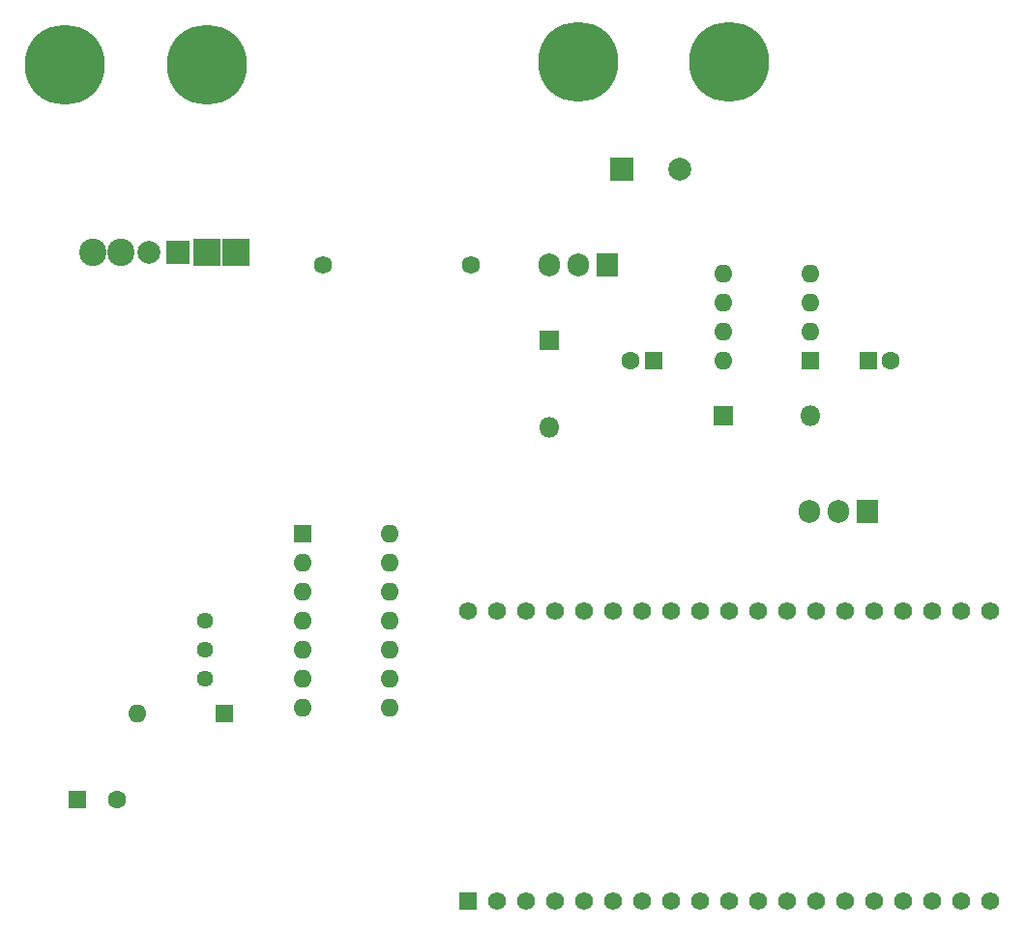
<source format=gbr>
%TF.GenerationSoftware,KiCad,Pcbnew,5.1.10*%
%TF.CreationDate,2021-11-24T02:21:55+13:00*%
%TF.ProjectId,buck_converter,6275636b-5f63-46f6-9e76-65727465722e,rev?*%
%TF.SameCoordinates,Original*%
%TF.FileFunction,Soldermask,Bot*%
%TF.FilePolarity,Negative*%
%FSLAX46Y46*%
G04 Gerber Fmt 4.6, Leading zero omitted, Abs format (unit mm)*
G04 Created by KiCad (PCBNEW 5.1.10) date 2021-11-24 02:21:55*
%MOMM*%
%LPD*%
G01*
G04 APERTURE LIST*
%ADD10C,1.560000*%
%ADD11R,1.560000X1.560000*%
%ADD12O,1.600000X1.600000*%
%ADD13R,1.600000X1.600000*%
%ADD14C,2.400000*%
%ADD15R,2.400000X2.400000*%
%ADD16C,2.000000*%
%ADD17R,2.000000X2.000000*%
%ADD18C,0.800000*%
%ADD19C,7.000000*%
%ADD20C,1.590000*%
%ADD21O,1.800000X1.800000*%
%ADD22R,1.800000X1.800000*%
%ADD23C,1.440000*%
%ADD24O,1.905000X2.000000*%
%ADD25R,1.905000X2.000000*%
%ADD26C,1.600000*%
G04 APERTURE END LIST*
D10*
%TO.C,U6*%
X-132016500Y79946500D03*
X-134556500Y79946500D03*
X-137096500Y79946500D03*
X-139636500Y79946500D03*
X-142176500Y79946500D03*
X-144716500Y79946500D03*
X-147256500Y79946500D03*
X-149796500Y79946500D03*
X-152336500Y79946500D03*
X-154876500Y79946500D03*
X-157416500Y79946500D03*
X-159956500Y79946500D03*
X-162496500Y79946500D03*
X-165036500Y79946500D03*
X-167576500Y79946500D03*
X-170116500Y79946500D03*
X-172656500Y79946500D03*
X-175196500Y79946500D03*
X-177736500Y79946500D03*
X-134556500Y54546500D03*
X-137096500Y54546500D03*
X-139636500Y54546500D03*
X-142176500Y54546500D03*
X-144716500Y54546500D03*
X-147256500Y54546500D03*
X-149796500Y54546500D03*
X-152336500Y54546500D03*
X-154876500Y54546500D03*
X-157416500Y54546500D03*
X-159956500Y54546500D03*
X-162496500Y54546500D03*
X-165036500Y54546500D03*
X-167576500Y54546500D03*
X-170116500Y54546500D03*
X-172656500Y54546500D03*
X-132016500Y54546500D03*
X-175196500Y54546500D03*
D11*
X-177736500Y54546500D03*
%TD*%
D12*
%TO.C,U1*%
X-184607200Y86702900D03*
X-192227200Y71462900D03*
X-184607200Y84162900D03*
X-192227200Y74002900D03*
X-184607200Y81622900D03*
X-192227200Y76542900D03*
X-184607200Y79082900D03*
X-192227200Y79082900D03*
X-184607200Y76542900D03*
X-192227200Y81622900D03*
X-184607200Y74002900D03*
X-192227200Y84162900D03*
X-184607200Y71462900D03*
D13*
X-192227200Y86702900D03*
%TD*%
D14*
%TO.C,C16*%
X-210629500Y111379000D03*
D15*
X-198120000Y111379000D03*
D16*
X-205700000Y111379000D03*
D17*
X-203200000Y111379000D03*
D15*
X-200660000Y111379000D03*
D14*
X-208160000Y111379000D03*
%TD*%
D18*
%TO.C,OUT  -*%
X-211249845Y129618155D03*
X-213106000Y130387000D03*
X-214962155Y129618155D03*
X-215731000Y127762000D03*
X-214962155Y125905845D03*
X-213106000Y125137000D03*
X-211249845Y125905845D03*
X-210481000Y127762000D03*
D19*
X-213106000Y127762000D03*
%TD*%
D18*
%TO.C,OUT +*%
X-198803845Y129618155D03*
X-200660000Y130387000D03*
X-202516155Y129618155D03*
X-203285000Y127762000D03*
X-202516155Y125905845D03*
X-200660000Y125137000D03*
X-198803845Y125905845D03*
X-198035000Y127762000D03*
D19*
X-200660000Y127762000D03*
%TD*%
D18*
%TO.C,IN +*%
X-166291845Y129872155D03*
X-168148000Y130641000D03*
X-170004155Y129872155D03*
X-170773000Y128016000D03*
X-170004155Y126159845D03*
X-168148000Y125391000D03*
X-166291845Y126159845D03*
X-165523000Y128016000D03*
D19*
X-168148000Y128016000D03*
%TD*%
D18*
%TO.C,IN -*%
X-153083845Y129872155D03*
X-154940000Y130641000D03*
X-156796155Y129872155D03*
X-157565000Y128016000D03*
X-156796155Y126159845D03*
X-154940000Y125391000D03*
X-153083845Y126159845D03*
X-152315000Y128016000D03*
D19*
X-154940000Y128016000D03*
%TD*%
D20*
%TO.C,INDUCTOR*%
X-190500000Y110236000D03*
X-177546000Y110236000D03*
%TD*%
D21*
%TO.C,D3*%
X-170688000Y96012000D03*
D22*
X-170688000Y103632000D03*
%TD*%
D21*
%TO.C,D2*%
X-147828000Y97028000D03*
D22*
X-155448000Y97028000D03*
%TD*%
D23*
%TO.C,RV1*%
X-200787000Y79057500D03*
X-200787000Y76517500D03*
X-200787000Y73977500D03*
%TD*%
D12*
%TO.C,D1*%
X-206692500Y70929500D03*
D13*
X-199072500Y70929500D03*
%TD*%
D12*
%TO.C,U7*%
X-155448000Y101854000D03*
X-147828000Y109474000D03*
X-155448000Y104394000D03*
X-147828000Y106934000D03*
X-155448000Y106934000D03*
X-147828000Y104394000D03*
X-155448000Y109474000D03*
D13*
X-147828000Y101854000D03*
%TD*%
D24*
%TO.C,U4*%
X-147853400Y88633300D03*
X-145313400Y88633300D03*
D25*
X-142773400Y88633300D03*
%TD*%
D24*
%TO.C,Q1*%
X-170688000Y110236000D03*
X-168148000Y110236000D03*
D25*
X-165608000Y110236000D03*
%TD*%
D26*
%TO.C,C12*%
X-163544000Y101854000D03*
D13*
X-161544000Y101854000D03*
%TD*%
D26*
%TO.C,C11*%
X-140748000Y101854000D03*
D13*
X-142748000Y101854000D03*
%TD*%
D26*
%TO.C,C7*%
X-208463000Y63436500D03*
D13*
X-211963000Y63436500D03*
%TD*%
D16*
%TO.C,C3*%
X-159258000Y118618000D03*
D17*
X-164258000Y118618000D03*
%TD*%
M02*

</source>
